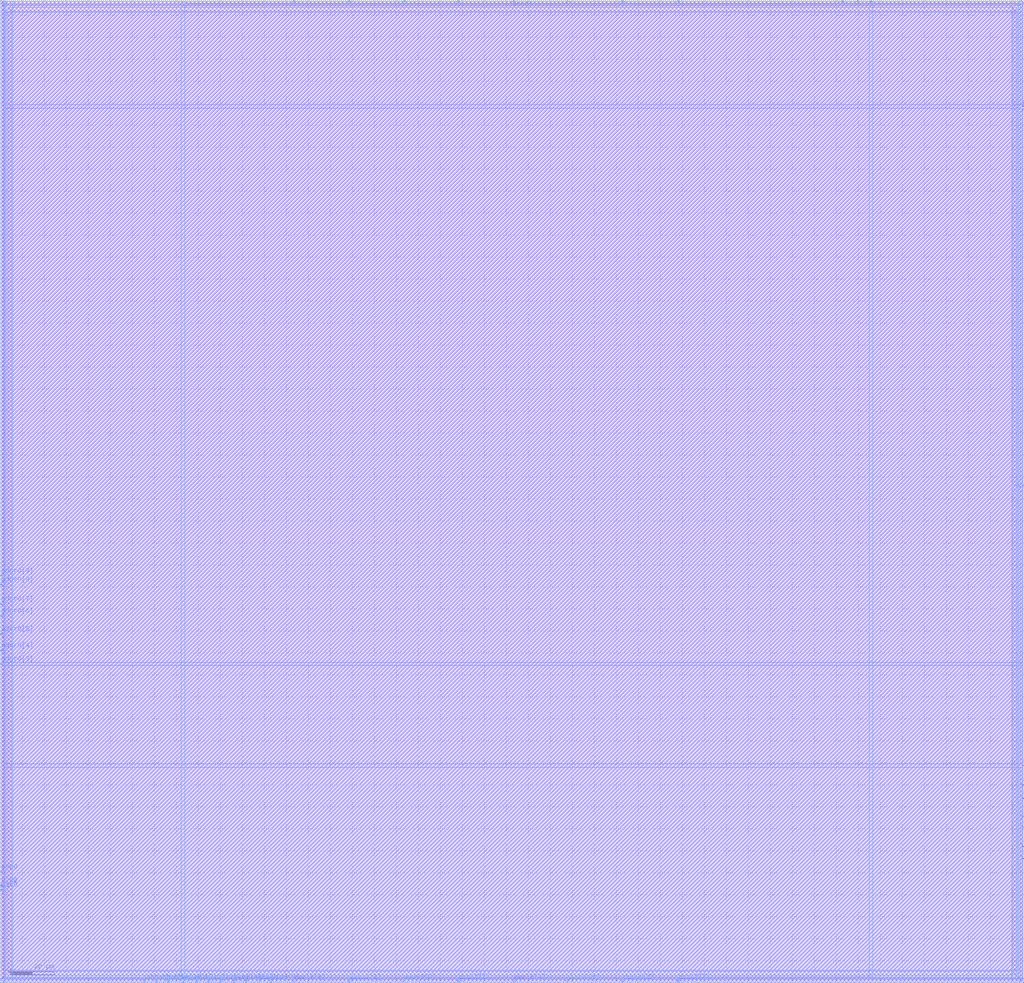
<source format=lef>
VERSION 5.4 ;
NAMESCASESENSITIVE ON ;
BUSBITCHARS "[]" ;
DIVIDERCHAR "/" ;
UNITS
  DATABASE MICRONS 2000 ;
END UNITS
MACRO sky130_sram_1kbyte_1rw1r_8x1024_8
   CLASS BLOCK ;
   SIZE 465.5 BY 447.14 ;
   SYMMETRY X Y R90 ;
   PIN din0[0]
      DIRECTION INPUT ;
      PORT
         LAYER met4 ;
         RECT  82.96 0.0 83.34 1.06 ;
      END
   END din0[0]
   PIN din0[1]
      DIRECTION INPUT ;
      PORT
         LAYER met4 ;
         RECT  89.08 0.0 89.46 1.06 ;
      END
   END din0[1]
   PIN din0[2]
      DIRECTION INPUT ;
      PORT
         LAYER met4 ;
         RECT  94.52 0.0 94.9 1.06 ;
      END
   END din0[2]
   PIN din0[3]
      DIRECTION INPUT ;
      PORT
         LAYER met4 ;
         RECT  99.96 0.0 100.34 1.06 ;
      END
   END din0[3]
   PIN din0[4]
      DIRECTION INPUT ;
      PORT
         LAYER met4 ;
         RECT  106.08 0.0 106.46 1.06 ;
      END
   END din0[4]
   PIN din0[5]
      DIRECTION INPUT ;
      PORT
         LAYER met4 ;
         RECT  111.52 0.0 111.9 1.06 ;
      END
   END din0[5]
   PIN din0[6]
      DIRECTION INPUT ;
      PORT
         LAYER met4 ;
         RECT  117.64 0.0 118.02 1.06 ;
      END
   END din0[6]
   PIN din0[7]
      DIRECTION INPUT ;
      PORT
         LAYER met4 ;
         RECT  123.08 0.0 123.46 1.06 ;
      END
   END din0[7]
   PIN addr0[0]
      DIRECTION INPUT ;
      PORT
         LAYER met4 ;
         RECT  65.28 0.0 65.66 1.06 ;
      END
   END addr0[0]
   PIN addr0[1]
      DIRECTION INPUT ;
      PORT
         LAYER met4 ;
         RECT  70.72 0.0 71.1 1.06 ;
      END
   END addr0[1]
   PIN addr0[2]
      DIRECTION INPUT ;
      PORT
         LAYER met4 ;
         RECT  76.16 0.0 76.54 1.06 ;
      END
   END addr0[2]
   PIN addr0[3]
      DIRECTION INPUT ;
      PORT
         LAYER met3 ;
         RECT  0.0 144.84 1.06 145.22 ;
      END
   END addr0[3]
   PIN addr0[4]
      DIRECTION INPUT ;
      PORT
         LAYER met3 ;
         RECT  0.0 150.96 1.06 151.34 ;
      END
   END addr0[4]
   PIN addr0[5]
      DIRECTION INPUT ;
      PORT
         LAYER met3 ;
         RECT  0.0 158.44 1.06 158.82 ;
      END
   END addr0[5]
   PIN addr0[6]
      DIRECTION INPUT ;
      PORT
         LAYER met3 ;
         RECT  0.0 166.6 1.06 166.98 ;
      END
   END addr0[6]
   PIN addr0[7]
      DIRECTION INPUT ;
      PORT
         LAYER met3 ;
         RECT  0.0 172.04 1.06 172.42 ;
      END
   END addr0[7]
   PIN addr0[8]
      DIRECTION INPUT ;
      PORT
         LAYER met3 ;
         RECT  0.0 180.88 1.06 181.26 ;
      END
   END addr0[8]
   PIN addr0[9]
      DIRECTION INPUT ;
      PORT
         LAYER met3 ;
         RECT  0.0 184.96 1.06 185.34 ;
      END
   END addr0[9]
   PIN addr1[0]
      DIRECTION INPUT ;
      PORT
         LAYER met4 ;
         RECT  395.76 446.08 396.14 447.14 ;
      END
   END addr1[0]
   PIN addr1[1]
      DIRECTION INPUT ;
      PORT
         LAYER met4 ;
         RECT  389.64 446.08 390.02 447.14 ;
      END
   END addr1[1]
   PIN addr1[2]
      DIRECTION INPUT ;
      PORT
         LAYER met4 ;
         RECT  382.84 446.08 383.22 447.14 ;
      END
   END addr1[2]
   PIN addr1[3]
      DIRECTION INPUT ;
      PORT
         LAYER met3 ;
         RECT  464.44 98.6 465.5 98.98 ;
      END
   END addr1[3]
   PIN addr1[4]
      DIRECTION INPUT ;
      PORT
         LAYER met3 ;
         RECT  464.44 89.76 465.5 90.14 ;
      END
   END addr1[4]
   PIN addr1[5]
      DIRECTION INPUT ;
      PORT
         LAYER met3 ;
         RECT  464.44 83.64 465.5 84.02 ;
      END
   END addr1[5]
   PIN addr1[6]
      DIRECTION INPUT ;
      PORT
         LAYER met3 ;
         RECT  464.44 75.48 465.5 75.86 ;
      END
   END addr1[6]
   PIN addr1[7]
      DIRECTION INPUT ;
      PORT
         LAYER met3 ;
         RECT  464.44 70.72 465.5 71.1 ;
      END
   END addr1[7]
   PIN addr1[8]
      DIRECTION INPUT ;
      PORT
         LAYER met3 ;
         RECT  464.44 61.88 465.5 62.26 ;
      END
   END addr1[8]
   PIN addr1[9]
      DIRECTION INPUT ;
      PORT
         LAYER met3 ;
         RECT  464.44 56.44 465.5 56.82 ;
      END
   END addr1[9]
   PIN csb0
      DIRECTION INPUT ;
      PORT
         LAYER met3 ;
         RECT  0.0 42.16 1.06 42.54 ;
      END
   END csb0
   PIN csb1
      DIRECTION INPUT ;
      PORT
         LAYER met3 ;
         RECT  464.44 398.48 465.5 398.86 ;
      END
   END csb1
   PIN web0
      DIRECTION INPUT ;
      PORT
         LAYER met3 ;
         RECT  0.0 50.32 1.06 50.7 ;
      END
   END web0
   PIN clk0
      DIRECTION INPUT ;
      PORT
         LAYER met3 ;
         RECT  0.0 44.2 1.06 44.58 ;
      END
   END clk0
   PIN clk1
      DIRECTION INPUT ;
      PORT
         LAYER met3 ;
         RECT  464.44 397.12 465.5 397.5 ;
      END
   END clk1
   PIN dout0[0]
      DIRECTION OUTPUT ;
      PORT
         LAYER met4 ;
         RECT  133.28 0.0 133.66 1.06 ;
      END
   END dout0[0]
   PIN dout0[1]
      DIRECTION OUTPUT ;
      PORT
         LAYER met4 ;
         RECT  158.44 0.0 158.82 1.06 ;
      END
   END dout0[1]
   PIN dout0[2]
      DIRECTION OUTPUT ;
      PORT
         LAYER met4 ;
         RECT  182.92 0.0 183.3 1.06 ;
      END
   END dout0[2]
   PIN dout0[3]
      DIRECTION OUTPUT ;
      PORT
         LAYER met4 ;
         RECT  208.08 0.0 208.46 1.06 ;
      END
   END dout0[3]
   PIN dout0[4]
      DIRECTION OUTPUT ;
      PORT
         LAYER met4 ;
         RECT  233.24 0.0 233.62 1.06 ;
      END
   END dout0[4]
   PIN dout0[5]
      DIRECTION OUTPUT ;
      PORT
         LAYER met4 ;
         RECT  257.72 0.0 258.1 1.06 ;
      END
   END dout0[5]
   PIN dout0[6]
      DIRECTION OUTPUT ;
      PORT
         LAYER met4 ;
         RECT  282.88 0.0 283.26 1.06 ;
      END
   END dout0[6]
   PIN dout0[7]
      DIRECTION OUTPUT ;
      PORT
         LAYER met4 ;
         RECT  308.04 0.0 308.42 1.06 ;
      END
   END dout0[7]
   PIN dout1[0]
      DIRECTION OUTPUT ;
      PORT
         LAYER met4 ;
         RECT  133.28 446.08 133.66 447.14 ;
      END
   END dout1[0]
   PIN dout1[1]
      DIRECTION OUTPUT ;
      PORT
         LAYER met4 ;
         RECT  158.44 446.08 158.82 447.14 ;
      END
   END dout1[1]
   PIN dout1[2]
      DIRECTION OUTPUT ;
      PORT
         LAYER met4 ;
         RECT  183.6 446.08 183.98 447.14 ;
      END
   END dout1[2]
   PIN dout1[3]
      DIRECTION OUTPUT ;
      PORT
         LAYER met4 ;
         RECT  208.08 446.08 208.46 447.14 ;
      END
   END dout1[3]
   PIN dout1[4]
      DIRECTION OUTPUT ;
      PORT
         LAYER met4 ;
         RECT  233.24 446.08 233.62 447.14 ;
      END
   END dout1[4]
   PIN dout1[5]
      DIRECTION OUTPUT ;
      PORT
         LAYER met4 ;
         RECT  257.72 446.08 258.1 447.14 ;
      END
   END dout1[5]
   PIN dout1[6]
      DIRECTION OUTPUT ;
      PORT
         LAYER met4 ;
         RECT  282.88 446.08 283.26 447.14 ;
      END
   END dout1[6]
   PIN dout1[7]
      DIRECTION OUTPUT ;
      PORT
         LAYER met4 ;
         RECT  308.04 446.08 308.42 447.14 ;
      END
   END dout1[7]
   PIN vccd1
      DIRECTION INOUT ;
      USE POWER ; 
      SHAPE ABUTMENT ; 
      PORT
         LAYER met3 ;
         RECT  3.4 3.4 462.1 5.14 ;
         LAYER met4 ;
         RECT  3.4 3.4 5.14 443.74 ;
         LAYER met4 ;
         RECT  460.36 3.4 462.1 443.74 ;
         LAYER met3 ;
         RECT  3.4 442.0 462.1 443.74 ;
      END
   END vccd1
   PIN vssd1
      DIRECTION INOUT ;
      USE GROUND ; 
      SHAPE ABUTMENT ; 
      PORT
         LAYER met3 ;
         RECT  0.0 0.0 465.5 1.74 ;
         LAYER met4 ;
         RECT  0.0 0.0 1.74 447.14 ;
         LAYER met3 ;
         RECT  0.0 445.4 465.5 447.14 ;
         LAYER met4 ;
         RECT  463.76 0.0 465.5 447.14 ;
      END
   END vssd1
   OBS
   LAYER  met1 ;
      RECT  0.62 0.62 464.88 446.52 ;
   LAYER  met2 ;
      RECT  0.62 0.62 464.88 446.52 ;
   LAYER  met3 ;
      RECT  1.66 144.24 464.88 145.82 ;
      RECT  0.62 145.82 1.66 150.36 ;
      RECT  0.62 151.94 1.66 157.84 ;
      RECT  0.62 159.42 1.66 166.0 ;
      RECT  0.62 167.58 1.66 171.44 ;
      RECT  0.62 173.02 1.66 180.28 ;
      RECT  0.62 181.86 1.66 184.36 ;
      RECT  1.66 98.0 463.84 99.58 ;
      RECT  1.66 99.58 463.84 144.24 ;
      RECT  463.84 99.58 464.88 144.24 ;
      RECT  463.84 90.74 464.88 98.0 ;
      RECT  463.84 84.62 464.88 89.16 ;
      RECT  463.84 76.46 464.88 83.04 ;
      RECT  463.84 71.7 464.88 74.88 ;
      RECT  463.84 62.86 464.88 70.12 ;
      RECT  463.84 57.42 464.88 61.28 ;
      RECT  1.66 145.82 463.84 397.88 ;
      RECT  1.66 397.88 463.84 399.46 ;
      RECT  0.62 51.3 1.66 144.24 ;
      RECT  0.62 43.14 1.66 43.6 ;
      RECT  0.62 45.18 1.66 49.72 ;
      RECT  463.84 145.82 464.88 396.52 ;
      RECT  1.66 2.8 2.8 5.74 ;
      RECT  1.66 5.74 2.8 98.0 ;
      RECT  2.8 5.74 462.7 98.0 ;
      RECT  462.7 2.8 463.84 5.74 ;
      RECT  462.7 5.74 463.84 98.0 ;
      RECT  1.66 399.46 2.8 441.4 ;
      RECT  1.66 441.4 2.8 444.34 ;
      RECT  2.8 399.46 462.7 441.4 ;
      RECT  462.7 399.46 463.84 441.4 ;
      RECT  462.7 441.4 463.84 444.34 ;
      RECT  463.84 2.34 464.88 55.84 ;
      RECT  0.62 2.34 1.66 41.56 ;
      RECT  1.66 2.34 2.8 2.8 ;
      RECT  2.8 2.34 462.7 2.8 ;
      RECT  462.7 2.34 463.84 2.8 ;
      RECT  0.62 185.94 1.66 444.8 ;
      RECT  463.84 399.46 464.88 444.8 ;
      RECT  1.66 444.34 2.8 444.8 ;
      RECT  2.8 444.34 462.7 444.8 ;
      RECT  462.7 444.34 463.84 444.8 ;
   LAYER  met4 ;
      RECT  82.36 1.66 83.94 446.52 ;
      RECT  83.94 0.62 88.48 1.66 ;
      RECT  90.06 0.62 93.92 1.66 ;
      RECT  95.5 0.62 99.36 1.66 ;
      RECT  100.94 0.62 105.48 1.66 ;
      RECT  107.06 0.62 110.92 1.66 ;
      RECT  112.5 0.62 117.04 1.66 ;
      RECT  118.62 0.62 122.48 1.66 ;
      RECT  66.26 0.62 70.12 1.66 ;
      RECT  71.7 0.62 75.56 1.66 ;
      RECT  77.14 0.62 82.36 1.66 ;
      RECT  83.94 1.66 395.16 445.48 ;
      RECT  395.16 1.66 396.74 445.48 ;
      RECT  390.62 445.48 395.16 446.52 ;
      RECT  383.82 445.48 389.04 446.52 ;
      RECT  124.06 0.62 132.68 1.66 ;
      RECT  134.26 0.62 157.84 1.66 ;
      RECT  159.42 0.62 182.32 1.66 ;
      RECT  183.9 0.62 207.48 1.66 ;
      RECT  209.06 0.62 232.64 1.66 ;
      RECT  234.22 0.62 257.12 1.66 ;
      RECT  258.7 0.62 282.28 1.66 ;
      RECT  283.86 0.62 307.44 1.66 ;
      RECT  83.94 445.48 132.68 446.52 ;
      RECT  134.26 445.48 157.84 446.52 ;
      RECT  159.42 445.48 183.0 446.52 ;
      RECT  184.58 445.48 207.48 446.52 ;
      RECT  209.06 445.48 232.64 446.52 ;
      RECT  234.22 445.48 257.12 446.52 ;
      RECT  258.7 445.48 282.28 446.52 ;
      RECT  283.86 445.48 307.44 446.52 ;
      RECT  309.02 445.48 382.24 446.52 ;
      RECT  2.8 1.66 5.74 2.8 ;
      RECT  2.8 444.34 5.74 446.52 ;
      RECT  5.74 1.66 82.36 2.8 ;
      RECT  5.74 2.8 82.36 444.34 ;
      RECT  5.74 444.34 82.36 446.52 ;
      RECT  396.74 1.66 459.76 2.8 ;
      RECT  396.74 2.8 459.76 444.34 ;
      RECT  396.74 444.34 459.76 445.48 ;
      RECT  459.76 1.66 462.7 2.8 ;
      RECT  459.76 444.34 462.7 445.48 ;
      RECT  2.34 0.62 64.68 1.66 ;
      RECT  2.34 1.66 2.8 2.8 ;
      RECT  2.34 2.8 2.8 444.34 ;
      RECT  2.34 444.34 2.8 446.52 ;
      RECT  396.74 445.48 463.16 446.52 ;
      RECT  309.02 0.62 463.16 1.66 ;
      RECT  462.7 1.66 463.16 2.8 ;
      RECT  462.7 2.8 463.16 444.34 ;
      RECT  462.7 444.34 463.16 445.48 ;
   END
END    sky130_sram_1kbyte_1rw1r_8x1024_8
END    LIBRARY

</source>
